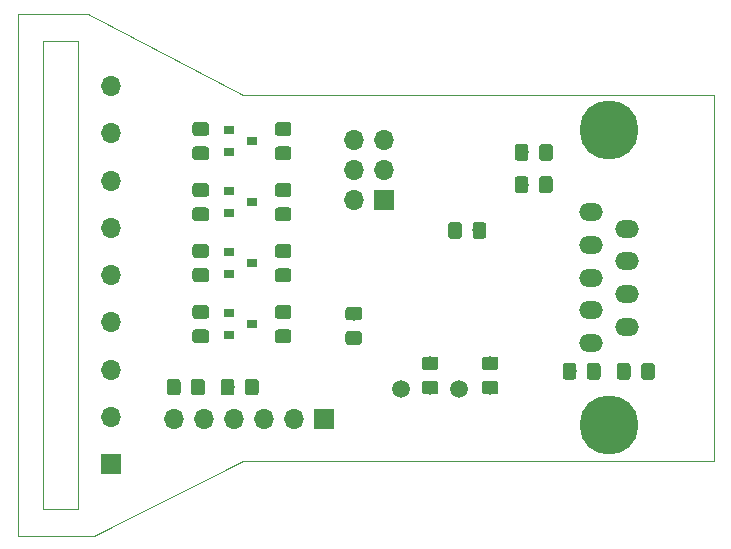
<source format=gbr>
G04 #@! TF.GenerationSoftware,KiCad,Pcbnew,5.1.4-e60b266~84~ubuntu16.04.1*
G04 #@! TF.CreationDate,2019-11-10T18:33:16+00:00*
G04 #@! TF.ProjectId,OpenPSX2AmigaPadAdapter,4f70656e-5053-4583-9241-6d6967615061,2*
G04 #@! TF.SameCoordinates,Original*
G04 #@! TF.FileFunction,Soldermask,Bot*
G04 #@! TF.FilePolarity,Negative*
%FSLAX46Y46*%
G04 Gerber Fmt 4.6, Leading zero omitted, Abs format (unit mm)*
G04 Created by KiCad (PCBNEW 5.1.4-e60b266~84~ubuntu16.04.1) date 2019-11-10 18:33:16*
%MOMM*%
%LPD*%
G04 APERTURE LIST*
%ADD10C,0.050000*%
%ADD11O,1.700000X1.700000*%
%ADD12R,1.700000X1.700000*%
%ADD13C,0.100000*%
%ADD14C,1.150000*%
%ADD15R,0.900000X0.800000*%
%ADD16C,1.500000*%
%ADD17C,5.001260*%
%ADD18O,1.998980X1.501140*%
G04 APERTURE END LIST*
D10*
X113792000Y-95758000D02*
X110871000Y-95758000D01*
X113792000Y-56134000D02*
X113792000Y-95758000D01*
X110871000Y-56134000D02*
X113792000Y-56134000D01*
X110871000Y-95758000D02*
X110871000Y-56134000D01*
X167640000Y-91694000D02*
X127762000Y-91694000D01*
X127762000Y-91694000D02*
X115189000Y-98044000D01*
X108712000Y-98044000D02*
X115189000Y-98044000D01*
X108712000Y-53848000D02*
X108712000Y-98044000D01*
X114681000Y-53848000D02*
X108712000Y-53848000D01*
X127762000Y-60706000D02*
X114681000Y-53848000D01*
X127762000Y-60706000D02*
X167640000Y-60706000D01*
X167640000Y-60706000D02*
X167640000Y-91694000D01*
D11*
X116616000Y-59982500D03*
X116616000Y-63982500D03*
X116616000Y-67982500D03*
X116616000Y-71982500D03*
X116616000Y-75982500D03*
X116616000Y-79982500D03*
X116616000Y-83982500D03*
X116616000Y-87982500D03*
D12*
X116616000Y-91982500D03*
D13*
G36*
X144111505Y-82884204D02*
G01*
X144135773Y-82887804D01*
X144159572Y-82893765D01*
X144182671Y-82902030D01*
X144204850Y-82912520D01*
X144225893Y-82925132D01*
X144245599Y-82939747D01*
X144263777Y-82956223D01*
X144280253Y-82974401D01*
X144294868Y-82994107D01*
X144307480Y-83015150D01*
X144317970Y-83037329D01*
X144326235Y-83060428D01*
X144332196Y-83084227D01*
X144335796Y-83108495D01*
X144337000Y-83132999D01*
X144337000Y-83783001D01*
X144335796Y-83807505D01*
X144332196Y-83831773D01*
X144326235Y-83855572D01*
X144317970Y-83878671D01*
X144307480Y-83900850D01*
X144294868Y-83921893D01*
X144280253Y-83941599D01*
X144263777Y-83959777D01*
X144245599Y-83976253D01*
X144225893Y-83990868D01*
X144204850Y-84003480D01*
X144182671Y-84013970D01*
X144159572Y-84022235D01*
X144135773Y-84028196D01*
X144111505Y-84031796D01*
X144087001Y-84033000D01*
X143186999Y-84033000D01*
X143162495Y-84031796D01*
X143138227Y-84028196D01*
X143114428Y-84022235D01*
X143091329Y-84013970D01*
X143069150Y-84003480D01*
X143048107Y-83990868D01*
X143028401Y-83976253D01*
X143010223Y-83959777D01*
X142993747Y-83941599D01*
X142979132Y-83921893D01*
X142966520Y-83900850D01*
X142956030Y-83878671D01*
X142947765Y-83855572D01*
X142941804Y-83831773D01*
X142938204Y-83807505D01*
X142937000Y-83783001D01*
X142937000Y-83132999D01*
X142938204Y-83108495D01*
X142941804Y-83084227D01*
X142947765Y-83060428D01*
X142956030Y-83037329D01*
X142966520Y-83015150D01*
X142979132Y-82994107D01*
X142993747Y-82974401D01*
X143010223Y-82956223D01*
X143028401Y-82939747D01*
X143048107Y-82925132D01*
X143069150Y-82912520D01*
X143091329Y-82902030D01*
X143114428Y-82893765D01*
X143138227Y-82887804D01*
X143162495Y-82884204D01*
X143186999Y-82883000D01*
X144087001Y-82883000D01*
X144111505Y-82884204D01*
X144111505Y-82884204D01*
G37*
D14*
X143637000Y-83458000D03*
D13*
G36*
X144111505Y-84934204D02*
G01*
X144135773Y-84937804D01*
X144159572Y-84943765D01*
X144182671Y-84952030D01*
X144204850Y-84962520D01*
X144225893Y-84975132D01*
X144245599Y-84989747D01*
X144263777Y-85006223D01*
X144280253Y-85024401D01*
X144294868Y-85044107D01*
X144307480Y-85065150D01*
X144317970Y-85087329D01*
X144326235Y-85110428D01*
X144332196Y-85134227D01*
X144335796Y-85158495D01*
X144337000Y-85182999D01*
X144337000Y-85833001D01*
X144335796Y-85857505D01*
X144332196Y-85881773D01*
X144326235Y-85905572D01*
X144317970Y-85928671D01*
X144307480Y-85950850D01*
X144294868Y-85971893D01*
X144280253Y-85991599D01*
X144263777Y-86009777D01*
X144245599Y-86026253D01*
X144225893Y-86040868D01*
X144204850Y-86053480D01*
X144182671Y-86063970D01*
X144159572Y-86072235D01*
X144135773Y-86078196D01*
X144111505Y-86081796D01*
X144087001Y-86083000D01*
X143186999Y-86083000D01*
X143162495Y-86081796D01*
X143138227Y-86078196D01*
X143114428Y-86072235D01*
X143091329Y-86063970D01*
X143069150Y-86053480D01*
X143048107Y-86040868D01*
X143028401Y-86026253D01*
X143010223Y-86009777D01*
X142993747Y-85991599D01*
X142979132Y-85971893D01*
X142966520Y-85950850D01*
X142956030Y-85928671D01*
X142947765Y-85905572D01*
X142941804Y-85881773D01*
X142938204Y-85857505D01*
X142937000Y-85833001D01*
X142937000Y-85182999D01*
X142938204Y-85158495D01*
X142941804Y-85134227D01*
X142947765Y-85110428D01*
X142956030Y-85087329D01*
X142966520Y-85065150D01*
X142979132Y-85044107D01*
X142993747Y-85024401D01*
X143010223Y-85006223D01*
X143028401Y-84989747D01*
X143048107Y-84975132D01*
X143069150Y-84962520D01*
X143091329Y-84952030D01*
X143114428Y-84943765D01*
X143138227Y-84937804D01*
X143162495Y-84934204D01*
X143186999Y-84933000D01*
X144087001Y-84933000D01*
X144111505Y-84934204D01*
X144111505Y-84934204D01*
G37*
D14*
X143637000Y-85508000D03*
D13*
G36*
X149191505Y-84934204D02*
G01*
X149215773Y-84937804D01*
X149239572Y-84943765D01*
X149262671Y-84952030D01*
X149284850Y-84962520D01*
X149305893Y-84975132D01*
X149325599Y-84989747D01*
X149343777Y-85006223D01*
X149360253Y-85024401D01*
X149374868Y-85044107D01*
X149387480Y-85065150D01*
X149397970Y-85087329D01*
X149406235Y-85110428D01*
X149412196Y-85134227D01*
X149415796Y-85158495D01*
X149417000Y-85182999D01*
X149417000Y-85833001D01*
X149415796Y-85857505D01*
X149412196Y-85881773D01*
X149406235Y-85905572D01*
X149397970Y-85928671D01*
X149387480Y-85950850D01*
X149374868Y-85971893D01*
X149360253Y-85991599D01*
X149343777Y-86009777D01*
X149325599Y-86026253D01*
X149305893Y-86040868D01*
X149284850Y-86053480D01*
X149262671Y-86063970D01*
X149239572Y-86072235D01*
X149215773Y-86078196D01*
X149191505Y-86081796D01*
X149167001Y-86083000D01*
X148266999Y-86083000D01*
X148242495Y-86081796D01*
X148218227Y-86078196D01*
X148194428Y-86072235D01*
X148171329Y-86063970D01*
X148149150Y-86053480D01*
X148128107Y-86040868D01*
X148108401Y-86026253D01*
X148090223Y-86009777D01*
X148073747Y-85991599D01*
X148059132Y-85971893D01*
X148046520Y-85950850D01*
X148036030Y-85928671D01*
X148027765Y-85905572D01*
X148021804Y-85881773D01*
X148018204Y-85857505D01*
X148017000Y-85833001D01*
X148017000Y-85182999D01*
X148018204Y-85158495D01*
X148021804Y-85134227D01*
X148027765Y-85110428D01*
X148036030Y-85087329D01*
X148046520Y-85065150D01*
X148059132Y-85044107D01*
X148073747Y-85024401D01*
X148090223Y-85006223D01*
X148108401Y-84989747D01*
X148128107Y-84975132D01*
X148149150Y-84962520D01*
X148171329Y-84952030D01*
X148194428Y-84943765D01*
X148218227Y-84937804D01*
X148242495Y-84934204D01*
X148266999Y-84933000D01*
X149167001Y-84933000D01*
X149191505Y-84934204D01*
X149191505Y-84934204D01*
G37*
D14*
X148717000Y-85508000D03*
D13*
G36*
X149191505Y-82884204D02*
G01*
X149215773Y-82887804D01*
X149239572Y-82893765D01*
X149262671Y-82902030D01*
X149284850Y-82912520D01*
X149305893Y-82925132D01*
X149325599Y-82939747D01*
X149343777Y-82956223D01*
X149360253Y-82974401D01*
X149374868Y-82994107D01*
X149387480Y-83015150D01*
X149397970Y-83037329D01*
X149406235Y-83060428D01*
X149412196Y-83084227D01*
X149415796Y-83108495D01*
X149417000Y-83132999D01*
X149417000Y-83783001D01*
X149415796Y-83807505D01*
X149412196Y-83831773D01*
X149406235Y-83855572D01*
X149397970Y-83878671D01*
X149387480Y-83900850D01*
X149374868Y-83921893D01*
X149360253Y-83941599D01*
X149343777Y-83959777D01*
X149325599Y-83976253D01*
X149305893Y-83990868D01*
X149284850Y-84003480D01*
X149262671Y-84013970D01*
X149239572Y-84022235D01*
X149215773Y-84028196D01*
X149191505Y-84031796D01*
X149167001Y-84033000D01*
X148266999Y-84033000D01*
X148242495Y-84031796D01*
X148218227Y-84028196D01*
X148194428Y-84022235D01*
X148171329Y-84013970D01*
X148149150Y-84003480D01*
X148128107Y-83990868D01*
X148108401Y-83976253D01*
X148090223Y-83959777D01*
X148073747Y-83941599D01*
X148059132Y-83921893D01*
X148046520Y-83900850D01*
X148036030Y-83878671D01*
X148027765Y-83855572D01*
X148021804Y-83831773D01*
X148018204Y-83807505D01*
X148017000Y-83783001D01*
X148017000Y-83132999D01*
X148018204Y-83108495D01*
X148021804Y-83084227D01*
X148027765Y-83060428D01*
X148036030Y-83037329D01*
X148046520Y-83015150D01*
X148059132Y-82994107D01*
X148073747Y-82974401D01*
X148090223Y-82956223D01*
X148108401Y-82939747D01*
X148128107Y-82925132D01*
X148149150Y-82912520D01*
X148171329Y-82902030D01*
X148194428Y-82893765D01*
X148218227Y-82887804D01*
X148242495Y-82884204D01*
X148266999Y-82883000D01*
X149167001Y-82883000D01*
X149191505Y-82884204D01*
X149191505Y-82884204D01*
G37*
D14*
X148717000Y-83458000D03*
D13*
G36*
X148145505Y-71505204D02*
G01*
X148169773Y-71508804D01*
X148193572Y-71514765D01*
X148216671Y-71523030D01*
X148238850Y-71533520D01*
X148259893Y-71546132D01*
X148279599Y-71560747D01*
X148297777Y-71577223D01*
X148314253Y-71595401D01*
X148328868Y-71615107D01*
X148341480Y-71636150D01*
X148351970Y-71658329D01*
X148360235Y-71681428D01*
X148366196Y-71705227D01*
X148369796Y-71729495D01*
X148371000Y-71753999D01*
X148371000Y-72654001D01*
X148369796Y-72678505D01*
X148366196Y-72702773D01*
X148360235Y-72726572D01*
X148351970Y-72749671D01*
X148341480Y-72771850D01*
X148328868Y-72792893D01*
X148314253Y-72812599D01*
X148297777Y-72830777D01*
X148279599Y-72847253D01*
X148259893Y-72861868D01*
X148238850Y-72874480D01*
X148216671Y-72884970D01*
X148193572Y-72893235D01*
X148169773Y-72899196D01*
X148145505Y-72902796D01*
X148121001Y-72904000D01*
X147470999Y-72904000D01*
X147446495Y-72902796D01*
X147422227Y-72899196D01*
X147398428Y-72893235D01*
X147375329Y-72884970D01*
X147353150Y-72874480D01*
X147332107Y-72861868D01*
X147312401Y-72847253D01*
X147294223Y-72830777D01*
X147277747Y-72812599D01*
X147263132Y-72792893D01*
X147250520Y-72771850D01*
X147240030Y-72749671D01*
X147231765Y-72726572D01*
X147225804Y-72702773D01*
X147222204Y-72678505D01*
X147221000Y-72654001D01*
X147221000Y-71753999D01*
X147222204Y-71729495D01*
X147225804Y-71705227D01*
X147231765Y-71681428D01*
X147240030Y-71658329D01*
X147250520Y-71636150D01*
X147263132Y-71615107D01*
X147277747Y-71595401D01*
X147294223Y-71577223D01*
X147312401Y-71560747D01*
X147332107Y-71546132D01*
X147353150Y-71533520D01*
X147375329Y-71523030D01*
X147398428Y-71514765D01*
X147422227Y-71508804D01*
X147446495Y-71505204D01*
X147470999Y-71504000D01*
X148121001Y-71504000D01*
X148145505Y-71505204D01*
X148145505Y-71505204D01*
G37*
D14*
X147796000Y-72204000D03*
D13*
G36*
X146095505Y-71505204D02*
G01*
X146119773Y-71508804D01*
X146143572Y-71514765D01*
X146166671Y-71523030D01*
X146188850Y-71533520D01*
X146209893Y-71546132D01*
X146229599Y-71560747D01*
X146247777Y-71577223D01*
X146264253Y-71595401D01*
X146278868Y-71615107D01*
X146291480Y-71636150D01*
X146301970Y-71658329D01*
X146310235Y-71681428D01*
X146316196Y-71705227D01*
X146319796Y-71729495D01*
X146321000Y-71753999D01*
X146321000Y-72654001D01*
X146319796Y-72678505D01*
X146316196Y-72702773D01*
X146310235Y-72726572D01*
X146301970Y-72749671D01*
X146291480Y-72771850D01*
X146278868Y-72792893D01*
X146264253Y-72812599D01*
X146247777Y-72830777D01*
X146229599Y-72847253D01*
X146209893Y-72861868D01*
X146188850Y-72874480D01*
X146166671Y-72884970D01*
X146143572Y-72893235D01*
X146119773Y-72899196D01*
X146095505Y-72902796D01*
X146071001Y-72904000D01*
X145420999Y-72904000D01*
X145396495Y-72902796D01*
X145372227Y-72899196D01*
X145348428Y-72893235D01*
X145325329Y-72884970D01*
X145303150Y-72874480D01*
X145282107Y-72861868D01*
X145262401Y-72847253D01*
X145244223Y-72830777D01*
X145227747Y-72812599D01*
X145213132Y-72792893D01*
X145200520Y-72771850D01*
X145190030Y-72749671D01*
X145181765Y-72726572D01*
X145175804Y-72702773D01*
X145172204Y-72678505D01*
X145171000Y-72654001D01*
X145171000Y-71753999D01*
X145172204Y-71729495D01*
X145175804Y-71705227D01*
X145181765Y-71681428D01*
X145190030Y-71658329D01*
X145200520Y-71636150D01*
X145213132Y-71615107D01*
X145227747Y-71595401D01*
X145244223Y-71577223D01*
X145262401Y-71560747D01*
X145282107Y-71546132D01*
X145303150Y-71533520D01*
X145325329Y-71523030D01*
X145348428Y-71514765D01*
X145372227Y-71508804D01*
X145396495Y-71505204D01*
X145420999Y-71504000D01*
X146071001Y-71504000D01*
X146095505Y-71505204D01*
X146095505Y-71505204D01*
G37*
D14*
X145746000Y-72204000D03*
D13*
G36*
X122269505Y-84772204D02*
G01*
X122293773Y-84775804D01*
X122317572Y-84781765D01*
X122340671Y-84790030D01*
X122362850Y-84800520D01*
X122383893Y-84813132D01*
X122403599Y-84827747D01*
X122421777Y-84844223D01*
X122438253Y-84862401D01*
X122452868Y-84882107D01*
X122465480Y-84903150D01*
X122475970Y-84925329D01*
X122484235Y-84948428D01*
X122490196Y-84972227D01*
X122493796Y-84996495D01*
X122495000Y-85020999D01*
X122495000Y-85921001D01*
X122493796Y-85945505D01*
X122490196Y-85969773D01*
X122484235Y-85993572D01*
X122475970Y-86016671D01*
X122465480Y-86038850D01*
X122452868Y-86059893D01*
X122438253Y-86079599D01*
X122421777Y-86097777D01*
X122403599Y-86114253D01*
X122383893Y-86128868D01*
X122362850Y-86141480D01*
X122340671Y-86151970D01*
X122317572Y-86160235D01*
X122293773Y-86166196D01*
X122269505Y-86169796D01*
X122245001Y-86171000D01*
X121594999Y-86171000D01*
X121570495Y-86169796D01*
X121546227Y-86166196D01*
X121522428Y-86160235D01*
X121499329Y-86151970D01*
X121477150Y-86141480D01*
X121456107Y-86128868D01*
X121436401Y-86114253D01*
X121418223Y-86097777D01*
X121401747Y-86079599D01*
X121387132Y-86059893D01*
X121374520Y-86038850D01*
X121364030Y-86016671D01*
X121355765Y-85993572D01*
X121349804Y-85969773D01*
X121346204Y-85945505D01*
X121345000Y-85921001D01*
X121345000Y-85020999D01*
X121346204Y-84996495D01*
X121349804Y-84972227D01*
X121355765Y-84948428D01*
X121364030Y-84925329D01*
X121374520Y-84903150D01*
X121387132Y-84882107D01*
X121401747Y-84862401D01*
X121418223Y-84844223D01*
X121436401Y-84827747D01*
X121456107Y-84813132D01*
X121477150Y-84800520D01*
X121499329Y-84790030D01*
X121522428Y-84781765D01*
X121546227Y-84775804D01*
X121570495Y-84772204D01*
X121594999Y-84771000D01*
X122245001Y-84771000D01*
X122269505Y-84772204D01*
X122269505Y-84772204D01*
G37*
D14*
X121920000Y-85471000D03*
D13*
G36*
X124319505Y-84772204D02*
G01*
X124343773Y-84775804D01*
X124367572Y-84781765D01*
X124390671Y-84790030D01*
X124412850Y-84800520D01*
X124433893Y-84813132D01*
X124453599Y-84827747D01*
X124471777Y-84844223D01*
X124488253Y-84862401D01*
X124502868Y-84882107D01*
X124515480Y-84903150D01*
X124525970Y-84925329D01*
X124534235Y-84948428D01*
X124540196Y-84972227D01*
X124543796Y-84996495D01*
X124545000Y-85020999D01*
X124545000Y-85921001D01*
X124543796Y-85945505D01*
X124540196Y-85969773D01*
X124534235Y-85993572D01*
X124525970Y-86016671D01*
X124515480Y-86038850D01*
X124502868Y-86059893D01*
X124488253Y-86079599D01*
X124471777Y-86097777D01*
X124453599Y-86114253D01*
X124433893Y-86128868D01*
X124412850Y-86141480D01*
X124390671Y-86151970D01*
X124367572Y-86160235D01*
X124343773Y-86166196D01*
X124319505Y-86169796D01*
X124295001Y-86171000D01*
X123644999Y-86171000D01*
X123620495Y-86169796D01*
X123596227Y-86166196D01*
X123572428Y-86160235D01*
X123549329Y-86151970D01*
X123527150Y-86141480D01*
X123506107Y-86128868D01*
X123486401Y-86114253D01*
X123468223Y-86097777D01*
X123451747Y-86079599D01*
X123437132Y-86059893D01*
X123424520Y-86038850D01*
X123414030Y-86016671D01*
X123405765Y-85993572D01*
X123399804Y-85969773D01*
X123396204Y-85945505D01*
X123395000Y-85921001D01*
X123395000Y-85020999D01*
X123396204Y-84996495D01*
X123399804Y-84972227D01*
X123405765Y-84948428D01*
X123414030Y-84925329D01*
X123424520Y-84903150D01*
X123437132Y-84882107D01*
X123451747Y-84862401D01*
X123468223Y-84844223D01*
X123486401Y-84827747D01*
X123506107Y-84813132D01*
X123527150Y-84800520D01*
X123549329Y-84790030D01*
X123572428Y-84781765D01*
X123596227Y-84775804D01*
X123620495Y-84772204D01*
X123644999Y-84771000D01*
X124295001Y-84771000D01*
X124319505Y-84772204D01*
X124319505Y-84772204D01*
G37*
D14*
X123970000Y-85471000D03*
D15*
X126571500Y-81087000D03*
X126571500Y-79187000D03*
X128571500Y-80137000D03*
X128571500Y-74957500D03*
X126571500Y-74007500D03*
X126571500Y-75907500D03*
X126571500Y-70757666D03*
X126571500Y-68857666D03*
X128571500Y-69807666D03*
X128571500Y-64643000D03*
X126571500Y-63693000D03*
X126571500Y-65593000D03*
D13*
G36*
X128882505Y-84772204D02*
G01*
X128906773Y-84775804D01*
X128930572Y-84781765D01*
X128953671Y-84790030D01*
X128975850Y-84800520D01*
X128996893Y-84813132D01*
X129016599Y-84827747D01*
X129034777Y-84844223D01*
X129051253Y-84862401D01*
X129065868Y-84882107D01*
X129078480Y-84903150D01*
X129088970Y-84925329D01*
X129097235Y-84948428D01*
X129103196Y-84972227D01*
X129106796Y-84996495D01*
X129108000Y-85020999D01*
X129108000Y-85921001D01*
X129106796Y-85945505D01*
X129103196Y-85969773D01*
X129097235Y-85993572D01*
X129088970Y-86016671D01*
X129078480Y-86038850D01*
X129065868Y-86059893D01*
X129051253Y-86079599D01*
X129034777Y-86097777D01*
X129016599Y-86114253D01*
X128996893Y-86128868D01*
X128975850Y-86141480D01*
X128953671Y-86151970D01*
X128930572Y-86160235D01*
X128906773Y-86166196D01*
X128882505Y-86169796D01*
X128858001Y-86171000D01*
X128207999Y-86171000D01*
X128183495Y-86169796D01*
X128159227Y-86166196D01*
X128135428Y-86160235D01*
X128112329Y-86151970D01*
X128090150Y-86141480D01*
X128069107Y-86128868D01*
X128049401Y-86114253D01*
X128031223Y-86097777D01*
X128014747Y-86079599D01*
X128000132Y-86059893D01*
X127987520Y-86038850D01*
X127977030Y-86016671D01*
X127968765Y-85993572D01*
X127962804Y-85969773D01*
X127959204Y-85945505D01*
X127958000Y-85921001D01*
X127958000Y-85020999D01*
X127959204Y-84996495D01*
X127962804Y-84972227D01*
X127968765Y-84948428D01*
X127977030Y-84925329D01*
X127987520Y-84903150D01*
X128000132Y-84882107D01*
X128014747Y-84862401D01*
X128031223Y-84844223D01*
X128049401Y-84827747D01*
X128069107Y-84813132D01*
X128090150Y-84800520D01*
X128112329Y-84790030D01*
X128135428Y-84781765D01*
X128159227Y-84775804D01*
X128183495Y-84772204D01*
X128207999Y-84771000D01*
X128858001Y-84771000D01*
X128882505Y-84772204D01*
X128882505Y-84772204D01*
G37*
D14*
X128533000Y-85471000D03*
D13*
G36*
X126832505Y-84772204D02*
G01*
X126856773Y-84775804D01*
X126880572Y-84781765D01*
X126903671Y-84790030D01*
X126925850Y-84800520D01*
X126946893Y-84813132D01*
X126966599Y-84827747D01*
X126984777Y-84844223D01*
X127001253Y-84862401D01*
X127015868Y-84882107D01*
X127028480Y-84903150D01*
X127038970Y-84925329D01*
X127047235Y-84948428D01*
X127053196Y-84972227D01*
X127056796Y-84996495D01*
X127058000Y-85020999D01*
X127058000Y-85921001D01*
X127056796Y-85945505D01*
X127053196Y-85969773D01*
X127047235Y-85993572D01*
X127038970Y-86016671D01*
X127028480Y-86038850D01*
X127015868Y-86059893D01*
X127001253Y-86079599D01*
X126984777Y-86097777D01*
X126966599Y-86114253D01*
X126946893Y-86128868D01*
X126925850Y-86141480D01*
X126903671Y-86151970D01*
X126880572Y-86160235D01*
X126856773Y-86166196D01*
X126832505Y-86169796D01*
X126808001Y-86171000D01*
X126157999Y-86171000D01*
X126133495Y-86169796D01*
X126109227Y-86166196D01*
X126085428Y-86160235D01*
X126062329Y-86151970D01*
X126040150Y-86141480D01*
X126019107Y-86128868D01*
X125999401Y-86114253D01*
X125981223Y-86097777D01*
X125964747Y-86079599D01*
X125950132Y-86059893D01*
X125937520Y-86038850D01*
X125927030Y-86016671D01*
X125918765Y-85993572D01*
X125912804Y-85969773D01*
X125909204Y-85945505D01*
X125908000Y-85921001D01*
X125908000Y-85020999D01*
X125909204Y-84996495D01*
X125912804Y-84972227D01*
X125918765Y-84948428D01*
X125927030Y-84925329D01*
X125937520Y-84903150D01*
X125950132Y-84882107D01*
X125964747Y-84862401D01*
X125981223Y-84844223D01*
X125999401Y-84827747D01*
X126019107Y-84813132D01*
X126040150Y-84800520D01*
X126062329Y-84790030D01*
X126085428Y-84781765D01*
X126109227Y-84775804D01*
X126133495Y-84772204D01*
X126157999Y-84771000D01*
X126808001Y-84771000D01*
X126832505Y-84772204D01*
X126832505Y-84772204D01*
G37*
D14*
X126483000Y-85471000D03*
D13*
G36*
X131665505Y-80588204D02*
G01*
X131689773Y-80591804D01*
X131713572Y-80597765D01*
X131736671Y-80606030D01*
X131758850Y-80616520D01*
X131779893Y-80629132D01*
X131799599Y-80643747D01*
X131817777Y-80660223D01*
X131834253Y-80678401D01*
X131848868Y-80698107D01*
X131861480Y-80719150D01*
X131871970Y-80741329D01*
X131880235Y-80764428D01*
X131886196Y-80788227D01*
X131889796Y-80812495D01*
X131891000Y-80836999D01*
X131891000Y-81487001D01*
X131889796Y-81511505D01*
X131886196Y-81535773D01*
X131880235Y-81559572D01*
X131871970Y-81582671D01*
X131861480Y-81604850D01*
X131848868Y-81625893D01*
X131834253Y-81645599D01*
X131817777Y-81663777D01*
X131799599Y-81680253D01*
X131779893Y-81694868D01*
X131758850Y-81707480D01*
X131736671Y-81717970D01*
X131713572Y-81726235D01*
X131689773Y-81732196D01*
X131665505Y-81735796D01*
X131641001Y-81737000D01*
X130740999Y-81737000D01*
X130716495Y-81735796D01*
X130692227Y-81732196D01*
X130668428Y-81726235D01*
X130645329Y-81717970D01*
X130623150Y-81707480D01*
X130602107Y-81694868D01*
X130582401Y-81680253D01*
X130564223Y-81663777D01*
X130547747Y-81645599D01*
X130533132Y-81625893D01*
X130520520Y-81604850D01*
X130510030Y-81582671D01*
X130501765Y-81559572D01*
X130495804Y-81535773D01*
X130492204Y-81511505D01*
X130491000Y-81487001D01*
X130491000Y-80836999D01*
X130492204Y-80812495D01*
X130495804Y-80788227D01*
X130501765Y-80764428D01*
X130510030Y-80741329D01*
X130520520Y-80719150D01*
X130533132Y-80698107D01*
X130547747Y-80678401D01*
X130564223Y-80660223D01*
X130582401Y-80643747D01*
X130602107Y-80629132D01*
X130623150Y-80616520D01*
X130645329Y-80606030D01*
X130668428Y-80597765D01*
X130692227Y-80591804D01*
X130716495Y-80588204D01*
X130740999Y-80587000D01*
X131641001Y-80587000D01*
X131665505Y-80588204D01*
X131665505Y-80588204D01*
G37*
D14*
X131191000Y-81162000D03*
D13*
G36*
X131665505Y-78538204D02*
G01*
X131689773Y-78541804D01*
X131713572Y-78547765D01*
X131736671Y-78556030D01*
X131758850Y-78566520D01*
X131779893Y-78579132D01*
X131799599Y-78593747D01*
X131817777Y-78610223D01*
X131834253Y-78628401D01*
X131848868Y-78648107D01*
X131861480Y-78669150D01*
X131871970Y-78691329D01*
X131880235Y-78714428D01*
X131886196Y-78738227D01*
X131889796Y-78762495D01*
X131891000Y-78786999D01*
X131891000Y-79437001D01*
X131889796Y-79461505D01*
X131886196Y-79485773D01*
X131880235Y-79509572D01*
X131871970Y-79532671D01*
X131861480Y-79554850D01*
X131848868Y-79575893D01*
X131834253Y-79595599D01*
X131817777Y-79613777D01*
X131799599Y-79630253D01*
X131779893Y-79644868D01*
X131758850Y-79657480D01*
X131736671Y-79667970D01*
X131713572Y-79676235D01*
X131689773Y-79682196D01*
X131665505Y-79685796D01*
X131641001Y-79687000D01*
X130740999Y-79687000D01*
X130716495Y-79685796D01*
X130692227Y-79682196D01*
X130668428Y-79676235D01*
X130645329Y-79667970D01*
X130623150Y-79657480D01*
X130602107Y-79644868D01*
X130582401Y-79630253D01*
X130564223Y-79613777D01*
X130547747Y-79595599D01*
X130533132Y-79575893D01*
X130520520Y-79554850D01*
X130510030Y-79532671D01*
X130501765Y-79509572D01*
X130495804Y-79485773D01*
X130492204Y-79461505D01*
X130491000Y-79437001D01*
X130491000Y-78786999D01*
X130492204Y-78762495D01*
X130495804Y-78738227D01*
X130501765Y-78714428D01*
X130510030Y-78691329D01*
X130520520Y-78669150D01*
X130533132Y-78648107D01*
X130547747Y-78628401D01*
X130564223Y-78610223D01*
X130582401Y-78593747D01*
X130602107Y-78579132D01*
X130623150Y-78566520D01*
X130645329Y-78556030D01*
X130668428Y-78547765D01*
X130692227Y-78541804D01*
X130716495Y-78538204D01*
X130740999Y-78537000D01*
X131641001Y-78537000D01*
X131665505Y-78538204D01*
X131665505Y-78538204D01*
G37*
D14*
X131191000Y-79112000D03*
D13*
G36*
X131665505Y-75423536D02*
G01*
X131689773Y-75427136D01*
X131713572Y-75433097D01*
X131736671Y-75441362D01*
X131758850Y-75451852D01*
X131779893Y-75464464D01*
X131799599Y-75479079D01*
X131817777Y-75495555D01*
X131834253Y-75513733D01*
X131848868Y-75533439D01*
X131861480Y-75554482D01*
X131871970Y-75576661D01*
X131880235Y-75599760D01*
X131886196Y-75623559D01*
X131889796Y-75647827D01*
X131891000Y-75672331D01*
X131891000Y-76322333D01*
X131889796Y-76346837D01*
X131886196Y-76371105D01*
X131880235Y-76394904D01*
X131871970Y-76418003D01*
X131861480Y-76440182D01*
X131848868Y-76461225D01*
X131834253Y-76480931D01*
X131817777Y-76499109D01*
X131799599Y-76515585D01*
X131779893Y-76530200D01*
X131758850Y-76542812D01*
X131736671Y-76553302D01*
X131713572Y-76561567D01*
X131689773Y-76567528D01*
X131665505Y-76571128D01*
X131641001Y-76572332D01*
X130740999Y-76572332D01*
X130716495Y-76571128D01*
X130692227Y-76567528D01*
X130668428Y-76561567D01*
X130645329Y-76553302D01*
X130623150Y-76542812D01*
X130602107Y-76530200D01*
X130582401Y-76515585D01*
X130564223Y-76499109D01*
X130547747Y-76480931D01*
X130533132Y-76461225D01*
X130520520Y-76440182D01*
X130510030Y-76418003D01*
X130501765Y-76394904D01*
X130495804Y-76371105D01*
X130492204Y-76346837D01*
X130491000Y-76322333D01*
X130491000Y-75672331D01*
X130492204Y-75647827D01*
X130495804Y-75623559D01*
X130501765Y-75599760D01*
X130510030Y-75576661D01*
X130520520Y-75554482D01*
X130533132Y-75533439D01*
X130547747Y-75513733D01*
X130564223Y-75495555D01*
X130582401Y-75479079D01*
X130602107Y-75464464D01*
X130623150Y-75451852D01*
X130645329Y-75441362D01*
X130668428Y-75433097D01*
X130692227Y-75427136D01*
X130716495Y-75423536D01*
X130740999Y-75422332D01*
X131641001Y-75422332D01*
X131665505Y-75423536D01*
X131665505Y-75423536D01*
G37*
D14*
X131191000Y-75997332D03*
D13*
G36*
X131665505Y-73373536D02*
G01*
X131689773Y-73377136D01*
X131713572Y-73383097D01*
X131736671Y-73391362D01*
X131758850Y-73401852D01*
X131779893Y-73414464D01*
X131799599Y-73429079D01*
X131817777Y-73445555D01*
X131834253Y-73463733D01*
X131848868Y-73483439D01*
X131861480Y-73504482D01*
X131871970Y-73526661D01*
X131880235Y-73549760D01*
X131886196Y-73573559D01*
X131889796Y-73597827D01*
X131891000Y-73622331D01*
X131891000Y-74272333D01*
X131889796Y-74296837D01*
X131886196Y-74321105D01*
X131880235Y-74344904D01*
X131871970Y-74368003D01*
X131861480Y-74390182D01*
X131848868Y-74411225D01*
X131834253Y-74430931D01*
X131817777Y-74449109D01*
X131799599Y-74465585D01*
X131779893Y-74480200D01*
X131758850Y-74492812D01*
X131736671Y-74503302D01*
X131713572Y-74511567D01*
X131689773Y-74517528D01*
X131665505Y-74521128D01*
X131641001Y-74522332D01*
X130740999Y-74522332D01*
X130716495Y-74521128D01*
X130692227Y-74517528D01*
X130668428Y-74511567D01*
X130645329Y-74503302D01*
X130623150Y-74492812D01*
X130602107Y-74480200D01*
X130582401Y-74465585D01*
X130564223Y-74449109D01*
X130547747Y-74430931D01*
X130533132Y-74411225D01*
X130520520Y-74390182D01*
X130510030Y-74368003D01*
X130501765Y-74344904D01*
X130495804Y-74321105D01*
X130492204Y-74296837D01*
X130491000Y-74272333D01*
X130491000Y-73622331D01*
X130492204Y-73597827D01*
X130495804Y-73573559D01*
X130501765Y-73549760D01*
X130510030Y-73526661D01*
X130520520Y-73504482D01*
X130533132Y-73483439D01*
X130547747Y-73463733D01*
X130564223Y-73445555D01*
X130582401Y-73429079D01*
X130602107Y-73414464D01*
X130623150Y-73401852D01*
X130645329Y-73391362D01*
X130668428Y-73383097D01*
X130692227Y-73377136D01*
X130716495Y-73373536D01*
X130740999Y-73372332D01*
X131641001Y-73372332D01*
X131665505Y-73373536D01*
X131665505Y-73373536D01*
G37*
D14*
X131191000Y-73947332D03*
D13*
G36*
X131665505Y-68208870D02*
G01*
X131689773Y-68212470D01*
X131713572Y-68218431D01*
X131736671Y-68226696D01*
X131758850Y-68237186D01*
X131779893Y-68249798D01*
X131799599Y-68264413D01*
X131817777Y-68280889D01*
X131834253Y-68299067D01*
X131848868Y-68318773D01*
X131861480Y-68339816D01*
X131871970Y-68361995D01*
X131880235Y-68385094D01*
X131886196Y-68408893D01*
X131889796Y-68433161D01*
X131891000Y-68457665D01*
X131891000Y-69107667D01*
X131889796Y-69132171D01*
X131886196Y-69156439D01*
X131880235Y-69180238D01*
X131871970Y-69203337D01*
X131861480Y-69225516D01*
X131848868Y-69246559D01*
X131834253Y-69266265D01*
X131817777Y-69284443D01*
X131799599Y-69300919D01*
X131779893Y-69315534D01*
X131758850Y-69328146D01*
X131736671Y-69338636D01*
X131713572Y-69346901D01*
X131689773Y-69352862D01*
X131665505Y-69356462D01*
X131641001Y-69357666D01*
X130740999Y-69357666D01*
X130716495Y-69356462D01*
X130692227Y-69352862D01*
X130668428Y-69346901D01*
X130645329Y-69338636D01*
X130623150Y-69328146D01*
X130602107Y-69315534D01*
X130582401Y-69300919D01*
X130564223Y-69284443D01*
X130547747Y-69266265D01*
X130533132Y-69246559D01*
X130520520Y-69225516D01*
X130510030Y-69203337D01*
X130501765Y-69180238D01*
X130495804Y-69156439D01*
X130492204Y-69132171D01*
X130491000Y-69107667D01*
X130491000Y-68457665D01*
X130492204Y-68433161D01*
X130495804Y-68408893D01*
X130501765Y-68385094D01*
X130510030Y-68361995D01*
X130520520Y-68339816D01*
X130533132Y-68318773D01*
X130547747Y-68299067D01*
X130564223Y-68280889D01*
X130582401Y-68264413D01*
X130602107Y-68249798D01*
X130623150Y-68237186D01*
X130645329Y-68226696D01*
X130668428Y-68218431D01*
X130692227Y-68212470D01*
X130716495Y-68208870D01*
X130740999Y-68207666D01*
X131641001Y-68207666D01*
X131665505Y-68208870D01*
X131665505Y-68208870D01*
G37*
D14*
X131191000Y-68782666D03*
D13*
G36*
X131665505Y-70258870D02*
G01*
X131689773Y-70262470D01*
X131713572Y-70268431D01*
X131736671Y-70276696D01*
X131758850Y-70287186D01*
X131779893Y-70299798D01*
X131799599Y-70314413D01*
X131817777Y-70330889D01*
X131834253Y-70349067D01*
X131848868Y-70368773D01*
X131861480Y-70389816D01*
X131871970Y-70411995D01*
X131880235Y-70435094D01*
X131886196Y-70458893D01*
X131889796Y-70483161D01*
X131891000Y-70507665D01*
X131891000Y-71157667D01*
X131889796Y-71182171D01*
X131886196Y-71206439D01*
X131880235Y-71230238D01*
X131871970Y-71253337D01*
X131861480Y-71275516D01*
X131848868Y-71296559D01*
X131834253Y-71316265D01*
X131817777Y-71334443D01*
X131799599Y-71350919D01*
X131779893Y-71365534D01*
X131758850Y-71378146D01*
X131736671Y-71388636D01*
X131713572Y-71396901D01*
X131689773Y-71402862D01*
X131665505Y-71406462D01*
X131641001Y-71407666D01*
X130740999Y-71407666D01*
X130716495Y-71406462D01*
X130692227Y-71402862D01*
X130668428Y-71396901D01*
X130645329Y-71388636D01*
X130623150Y-71378146D01*
X130602107Y-71365534D01*
X130582401Y-71350919D01*
X130564223Y-71334443D01*
X130547747Y-71316265D01*
X130533132Y-71296559D01*
X130520520Y-71275516D01*
X130510030Y-71253337D01*
X130501765Y-71230238D01*
X130495804Y-71206439D01*
X130492204Y-71182171D01*
X130491000Y-71157667D01*
X130491000Y-70507665D01*
X130492204Y-70483161D01*
X130495804Y-70458893D01*
X130501765Y-70435094D01*
X130510030Y-70411995D01*
X130520520Y-70389816D01*
X130533132Y-70368773D01*
X130547747Y-70349067D01*
X130564223Y-70330889D01*
X130582401Y-70314413D01*
X130602107Y-70299798D01*
X130623150Y-70287186D01*
X130645329Y-70276696D01*
X130668428Y-70268431D01*
X130692227Y-70262470D01*
X130716495Y-70258870D01*
X130740999Y-70257666D01*
X131641001Y-70257666D01*
X131665505Y-70258870D01*
X131665505Y-70258870D01*
G37*
D14*
X131191000Y-70832666D03*
D13*
G36*
X131665505Y-63044204D02*
G01*
X131689773Y-63047804D01*
X131713572Y-63053765D01*
X131736671Y-63062030D01*
X131758850Y-63072520D01*
X131779893Y-63085132D01*
X131799599Y-63099747D01*
X131817777Y-63116223D01*
X131834253Y-63134401D01*
X131848868Y-63154107D01*
X131861480Y-63175150D01*
X131871970Y-63197329D01*
X131880235Y-63220428D01*
X131886196Y-63244227D01*
X131889796Y-63268495D01*
X131891000Y-63292999D01*
X131891000Y-63943001D01*
X131889796Y-63967505D01*
X131886196Y-63991773D01*
X131880235Y-64015572D01*
X131871970Y-64038671D01*
X131861480Y-64060850D01*
X131848868Y-64081893D01*
X131834253Y-64101599D01*
X131817777Y-64119777D01*
X131799599Y-64136253D01*
X131779893Y-64150868D01*
X131758850Y-64163480D01*
X131736671Y-64173970D01*
X131713572Y-64182235D01*
X131689773Y-64188196D01*
X131665505Y-64191796D01*
X131641001Y-64193000D01*
X130740999Y-64193000D01*
X130716495Y-64191796D01*
X130692227Y-64188196D01*
X130668428Y-64182235D01*
X130645329Y-64173970D01*
X130623150Y-64163480D01*
X130602107Y-64150868D01*
X130582401Y-64136253D01*
X130564223Y-64119777D01*
X130547747Y-64101599D01*
X130533132Y-64081893D01*
X130520520Y-64060850D01*
X130510030Y-64038671D01*
X130501765Y-64015572D01*
X130495804Y-63991773D01*
X130492204Y-63967505D01*
X130491000Y-63943001D01*
X130491000Y-63292999D01*
X130492204Y-63268495D01*
X130495804Y-63244227D01*
X130501765Y-63220428D01*
X130510030Y-63197329D01*
X130520520Y-63175150D01*
X130533132Y-63154107D01*
X130547747Y-63134401D01*
X130564223Y-63116223D01*
X130582401Y-63099747D01*
X130602107Y-63085132D01*
X130623150Y-63072520D01*
X130645329Y-63062030D01*
X130668428Y-63053765D01*
X130692227Y-63047804D01*
X130716495Y-63044204D01*
X130740999Y-63043000D01*
X131641001Y-63043000D01*
X131665505Y-63044204D01*
X131665505Y-63044204D01*
G37*
D14*
X131191000Y-63618000D03*
D13*
G36*
X131665505Y-65094204D02*
G01*
X131689773Y-65097804D01*
X131713572Y-65103765D01*
X131736671Y-65112030D01*
X131758850Y-65122520D01*
X131779893Y-65135132D01*
X131799599Y-65149747D01*
X131817777Y-65166223D01*
X131834253Y-65184401D01*
X131848868Y-65204107D01*
X131861480Y-65225150D01*
X131871970Y-65247329D01*
X131880235Y-65270428D01*
X131886196Y-65294227D01*
X131889796Y-65318495D01*
X131891000Y-65342999D01*
X131891000Y-65993001D01*
X131889796Y-66017505D01*
X131886196Y-66041773D01*
X131880235Y-66065572D01*
X131871970Y-66088671D01*
X131861480Y-66110850D01*
X131848868Y-66131893D01*
X131834253Y-66151599D01*
X131817777Y-66169777D01*
X131799599Y-66186253D01*
X131779893Y-66200868D01*
X131758850Y-66213480D01*
X131736671Y-66223970D01*
X131713572Y-66232235D01*
X131689773Y-66238196D01*
X131665505Y-66241796D01*
X131641001Y-66243000D01*
X130740999Y-66243000D01*
X130716495Y-66241796D01*
X130692227Y-66238196D01*
X130668428Y-66232235D01*
X130645329Y-66223970D01*
X130623150Y-66213480D01*
X130602107Y-66200868D01*
X130582401Y-66186253D01*
X130564223Y-66169777D01*
X130547747Y-66151599D01*
X130533132Y-66131893D01*
X130520520Y-66110850D01*
X130510030Y-66088671D01*
X130501765Y-66065572D01*
X130495804Y-66041773D01*
X130492204Y-66017505D01*
X130491000Y-65993001D01*
X130491000Y-65342999D01*
X130492204Y-65318495D01*
X130495804Y-65294227D01*
X130501765Y-65270428D01*
X130510030Y-65247329D01*
X130520520Y-65225150D01*
X130533132Y-65204107D01*
X130547747Y-65184401D01*
X130564223Y-65166223D01*
X130582401Y-65149747D01*
X130602107Y-65135132D01*
X130623150Y-65122520D01*
X130645329Y-65112030D01*
X130668428Y-65103765D01*
X130692227Y-65097804D01*
X130716495Y-65094204D01*
X130740999Y-65093000D01*
X131641001Y-65093000D01*
X131665505Y-65094204D01*
X131665505Y-65094204D01*
G37*
D14*
X131191000Y-65668000D03*
D13*
G36*
X124680505Y-78538204D02*
G01*
X124704773Y-78541804D01*
X124728572Y-78547765D01*
X124751671Y-78556030D01*
X124773850Y-78566520D01*
X124794893Y-78579132D01*
X124814599Y-78593747D01*
X124832777Y-78610223D01*
X124849253Y-78628401D01*
X124863868Y-78648107D01*
X124876480Y-78669150D01*
X124886970Y-78691329D01*
X124895235Y-78714428D01*
X124901196Y-78738227D01*
X124904796Y-78762495D01*
X124906000Y-78786999D01*
X124906000Y-79437001D01*
X124904796Y-79461505D01*
X124901196Y-79485773D01*
X124895235Y-79509572D01*
X124886970Y-79532671D01*
X124876480Y-79554850D01*
X124863868Y-79575893D01*
X124849253Y-79595599D01*
X124832777Y-79613777D01*
X124814599Y-79630253D01*
X124794893Y-79644868D01*
X124773850Y-79657480D01*
X124751671Y-79667970D01*
X124728572Y-79676235D01*
X124704773Y-79682196D01*
X124680505Y-79685796D01*
X124656001Y-79687000D01*
X123755999Y-79687000D01*
X123731495Y-79685796D01*
X123707227Y-79682196D01*
X123683428Y-79676235D01*
X123660329Y-79667970D01*
X123638150Y-79657480D01*
X123617107Y-79644868D01*
X123597401Y-79630253D01*
X123579223Y-79613777D01*
X123562747Y-79595599D01*
X123548132Y-79575893D01*
X123535520Y-79554850D01*
X123525030Y-79532671D01*
X123516765Y-79509572D01*
X123510804Y-79485773D01*
X123507204Y-79461505D01*
X123506000Y-79437001D01*
X123506000Y-78786999D01*
X123507204Y-78762495D01*
X123510804Y-78738227D01*
X123516765Y-78714428D01*
X123525030Y-78691329D01*
X123535520Y-78669150D01*
X123548132Y-78648107D01*
X123562747Y-78628401D01*
X123579223Y-78610223D01*
X123597401Y-78593747D01*
X123617107Y-78579132D01*
X123638150Y-78566520D01*
X123660329Y-78556030D01*
X123683428Y-78547765D01*
X123707227Y-78541804D01*
X123731495Y-78538204D01*
X123755999Y-78537000D01*
X124656001Y-78537000D01*
X124680505Y-78538204D01*
X124680505Y-78538204D01*
G37*
D14*
X124206000Y-79112000D03*
D13*
G36*
X124680505Y-80588204D02*
G01*
X124704773Y-80591804D01*
X124728572Y-80597765D01*
X124751671Y-80606030D01*
X124773850Y-80616520D01*
X124794893Y-80629132D01*
X124814599Y-80643747D01*
X124832777Y-80660223D01*
X124849253Y-80678401D01*
X124863868Y-80698107D01*
X124876480Y-80719150D01*
X124886970Y-80741329D01*
X124895235Y-80764428D01*
X124901196Y-80788227D01*
X124904796Y-80812495D01*
X124906000Y-80836999D01*
X124906000Y-81487001D01*
X124904796Y-81511505D01*
X124901196Y-81535773D01*
X124895235Y-81559572D01*
X124886970Y-81582671D01*
X124876480Y-81604850D01*
X124863868Y-81625893D01*
X124849253Y-81645599D01*
X124832777Y-81663777D01*
X124814599Y-81680253D01*
X124794893Y-81694868D01*
X124773850Y-81707480D01*
X124751671Y-81717970D01*
X124728572Y-81726235D01*
X124704773Y-81732196D01*
X124680505Y-81735796D01*
X124656001Y-81737000D01*
X123755999Y-81737000D01*
X123731495Y-81735796D01*
X123707227Y-81732196D01*
X123683428Y-81726235D01*
X123660329Y-81717970D01*
X123638150Y-81707480D01*
X123617107Y-81694868D01*
X123597401Y-81680253D01*
X123579223Y-81663777D01*
X123562747Y-81645599D01*
X123548132Y-81625893D01*
X123535520Y-81604850D01*
X123525030Y-81582671D01*
X123516765Y-81559572D01*
X123510804Y-81535773D01*
X123507204Y-81511505D01*
X123506000Y-81487001D01*
X123506000Y-80836999D01*
X123507204Y-80812495D01*
X123510804Y-80788227D01*
X123516765Y-80764428D01*
X123525030Y-80741329D01*
X123535520Y-80719150D01*
X123548132Y-80698107D01*
X123562747Y-80678401D01*
X123579223Y-80660223D01*
X123597401Y-80643747D01*
X123617107Y-80629132D01*
X123638150Y-80616520D01*
X123660329Y-80606030D01*
X123683428Y-80597765D01*
X123707227Y-80591804D01*
X123731495Y-80588204D01*
X123755999Y-80587000D01*
X124656001Y-80587000D01*
X124680505Y-80588204D01*
X124680505Y-80588204D01*
G37*
D14*
X124206000Y-81162000D03*
D13*
G36*
X124680505Y-73358704D02*
G01*
X124704773Y-73362304D01*
X124728572Y-73368265D01*
X124751671Y-73376530D01*
X124773850Y-73387020D01*
X124794893Y-73399632D01*
X124814599Y-73414247D01*
X124832777Y-73430723D01*
X124849253Y-73448901D01*
X124863868Y-73468607D01*
X124876480Y-73489650D01*
X124886970Y-73511829D01*
X124895235Y-73534928D01*
X124901196Y-73558727D01*
X124904796Y-73582995D01*
X124906000Y-73607499D01*
X124906000Y-74257501D01*
X124904796Y-74282005D01*
X124901196Y-74306273D01*
X124895235Y-74330072D01*
X124886970Y-74353171D01*
X124876480Y-74375350D01*
X124863868Y-74396393D01*
X124849253Y-74416099D01*
X124832777Y-74434277D01*
X124814599Y-74450753D01*
X124794893Y-74465368D01*
X124773850Y-74477980D01*
X124751671Y-74488470D01*
X124728572Y-74496735D01*
X124704773Y-74502696D01*
X124680505Y-74506296D01*
X124656001Y-74507500D01*
X123755999Y-74507500D01*
X123731495Y-74506296D01*
X123707227Y-74502696D01*
X123683428Y-74496735D01*
X123660329Y-74488470D01*
X123638150Y-74477980D01*
X123617107Y-74465368D01*
X123597401Y-74450753D01*
X123579223Y-74434277D01*
X123562747Y-74416099D01*
X123548132Y-74396393D01*
X123535520Y-74375350D01*
X123525030Y-74353171D01*
X123516765Y-74330072D01*
X123510804Y-74306273D01*
X123507204Y-74282005D01*
X123506000Y-74257501D01*
X123506000Y-73607499D01*
X123507204Y-73582995D01*
X123510804Y-73558727D01*
X123516765Y-73534928D01*
X123525030Y-73511829D01*
X123535520Y-73489650D01*
X123548132Y-73468607D01*
X123562747Y-73448901D01*
X123579223Y-73430723D01*
X123597401Y-73414247D01*
X123617107Y-73399632D01*
X123638150Y-73387020D01*
X123660329Y-73376530D01*
X123683428Y-73368265D01*
X123707227Y-73362304D01*
X123731495Y-73358704D01*
X123755999Y-73357500D01*
X124656001Y-73357500D01*
X124680505Y-73358704D01*
X124680505Y-73358704D01*
G37*
D14*
X124206000Y-73932500D03*
D13*
G36*
X124680505Y-75408704D02*
G01*
X124704773Y-75412304D01*
X124728572Y-75418265D01*
X124751671Y-75426530D01*
X124773850Y-75437020D01*
X124794893Y-75449632D01*
X124814599Y-75464247D01*
X124832777Y-75480723D01*
X124849253Y-75498901D01*
X124863868Y-75518607D01*
X124876480Y-75539650D01*
X124886970Y-75561829D01*
X124895235Y-75584928D01*
X124901196Y-75608727D01*
X124904796Y-75632995D01*
X124906000Y-75657499D01*
X124906000Y-76307501D01*
X124904796Y-76332005D01*
X124901196Y-76356273D01*
X124895235Y-76380072D01*
X124886970Y-76403171D01*
X124876480Y-76425350D01*
X124863868Y-76446393D01*
X124849253Y-76466099D01*
X124832777Y-76484277D01*
X124814599Y-76500753D01*
X124794893Y-76515368D01*
X124773850Y-76527980D01*
X124751671Y-76538470D01*
X124728572Y-76546735D01*
X124704773Y-76552696D01*
X124680505Y-76556296D01*
X124656001Y-76557500D01*
X123755999Y-76557500D01*
X123731495Y-76556296D01*
X123707227Y-76552696D01*
X123683428Y-76546735D01*
X123660329Y-76538470D01*
X123638150Y-76527980D01*
X123617107Y-76515368D01*
X123597401Y-76500753D01*
X123579223Y-76484277D01*
X123562747Y-76466099D01*
X123548132Y-76446393D01*
X123535520Y-76425350D01*
X123525030Y-76403171D01*
X123516765Y-76380072D01*
X123510804Y-76356273D01*
X123507204Y-76332005D01*
X123506000Y-76307501D01*
X123506000Y-75657499D01*
X123507204Y-75632995D01*
X123510804Y-75608727D01*
X123516765Y-75584928D01*
X123525030Y-75561829D01*
X123535520Y-75539650D01*
X123548132Y-75518607D01*
X123562747Y-75498901D01*
X123579223Y-75480723D01*
X123597401Y-75464247D01*
X123617107Y-75449632D01*
X123638150Y-75437020D01*
X123660329Y-75426530D01*
X123683428Y-75418265D01*
X123707227Y-75412304D01*
X123731495Y-75408704D01*
X123755999Y-75407500D01*
X124656001Y-75407500D01*
X124680505Y-75408704D01*
X124680505Y-75408704D01*
G37*
D14*
X124206000Y-75982500D03*
D13*
G36*
X124680505Y-68208870D02*
G01*
X124704773Y-68212470D01*
X124728572Y-68218431D01*
X124751671Y-68226696D01*
X124773850Y-68237186D01*
X124794893Y-68249798D01*
X124814599Y-68264413D01*
X124832777Y-68280889D01*
X124849253Y-68299067D01*
X124863868Y-68318773D01*
X124876480Y-68339816D01*
X124886970Y-68361995D01*
X124895235Y-68385094D01*
X124901196Y-68408893D01*
X124904796Y-68433161D01*
X124906000Y-68457665D01*
X124906000Y-69107667D01*
X124904796Y-69132171D01*
X124901196Y-69156439D01*
X124895235Y-69180238D01*
X124886970Y-69203337D01*
X124876480Y-69225516D01*
X124863868Y-69246559D01*
X124849253Y-69266265D01*
X124832777Y-69284443D01*
X124814599Y-69300919D01*
X124794893Y-69315534D01*
X124773850Y-69328146D01*
X124751671Y-69338636D01*
X124728572Y-69346901D01*
X124704773Y-69352862D01*
X124680505Y-69356462D01*
X124656001Y-69357666D01*
X123755999Y-69357666D01*
X123731495Y-69356462D01*
X123707227Y-69352862D01*
X123683428Y-69346901D01*
X123660329Y-69338636D01*
X123638150Y-69328146D01*
X123617107Y-69315534D01*
X123597401Y-69300919D01*
X123579223Y-69284443D01*
X123562747Y-69266265D01*
X123548132Y-69246559D01*
X123535520Y-69225516D01*
X123525030Y-69203337D01*
X123516765Y-69180238D01*
X123510804Y-69156439D01*
X123507204Y-69132171D01*
X123506000Y-69107667D01*
X123506000Y-68457665D01*
X123507204Y-68433161D01*
X123510804Y-68408893D01*
X123516765Y-68385094D01*
X123525030Y-68361995D01*
X123535520Y-68339816D01*
X123548132Y-68318773D01*
X123562747Y-68299067D01*
X123579223Y-68280889D01*
X123597401Y-68264413D01*
X123617107Y-68249798D01*
X123638150Y-68237186D01*
X123660329Y-68226696D01*
X123683428Y-68218431D01*
X123707227Y-68212470D01*
X123731495Y-68208870D01*
X123755999Y-68207666D01*
X124656001Y-68207666D01*
X124680505Y-68208870D01*
X124680505Y-68208870D01*
G37*
D14*
X124206000Y-68782666D03*
D13*
G36*
X124680505Y-70258870D02*
G01*
X124704773Y-70262470D01*
X124728572Y-70268431D01*
X124751671Y-70276696D01*
X124773850Y-70287186D01*
X124794893Y-70299798D01*
X124814599Y-70314413D01*
X124832777Y-70330889D01*
X124849253Y-70349067D01*
X124863868Y-70368773D01*
X124876480Y-70389816D01*
X124886970Y-70411995D01*
X124895235Y-70435094D01*
X124901196Y-70458893D01*
X124904796Y-70483161D01*
X124906000Y-70507665D01*
X124906000Y-71157667D01*
X124904796Y-71182171D01*
X124901196Y-71206439D01*
X124895235Y-71230238D01*
X124886970Y-71253337D01*
X124876480Y-71275516D01*
X124863868Y-71296559D01*
X124849253Y-71316265D01*
X124832777Y-71334443D01*
X124814599Y-71350919D01*
X124794893Y-71365534D01*
X124773850Y-71378146D01*
X124751671Y-71388636D01*
X124728572Y-71396901D01*
X124704773Y-71402862D01*
X124680505Y-71406462D01*
X124656001Y-71407666D01*
X123755999Y-71407666D01*
X123731495Y-71406462D01*
X123707227Y-71402862D01*
X123683428Y-71396901D01*
X123660329Y-71388636D01*
X123638150Y-71378146D01*
X123617107Y-71365534D01*
X123597401Y-71350919D01*
X123579223Y-71334443D01*
X123562747Y-71316265D01*
X123548132Y-71296559D01*
X123535520Y-71275516D01*
X123525030Y-71253337D01*
X123516765Y-71230238D01*
X123510804Y-71206439D01*
X123507204Y-71182171D01*
X123506000Y-71157667D01*
X123506000Y-70507665D01*
X123507204Y-70483161D01*
X123510804Y-70458893D01*
X123516765Y-70435094D01*
X123525030Y-70411995D01*
X123535520Y-70389816D01*
X123548132Y-70368773D01*
X123562747Y-70349067D01*
X123579223Y-70330889D01*
X123597401Y-70314413D01*
X123617107Y-70299798D01*
X123638150Y-70287186D01*
X123660329Y-70276696D01*
X123683428Y-70268431D01*
X123707227Y-70262470D01*
X123731495Y-70258870D01*
X123755999Y-70257666D01*
X124656001Y-70257666D01*
X124680505Y-70258870D01*
X124680505Y-70258870D01*
G37*
D14*
X124206000Y-70832666D03*
D13*
G36*
X124680505Y-63044204D02*
G01*
X124704773Y-63047804D01*
X124728572Y-63053765D01*
X124751671Y-63062030D01*
X124773850Y-63072520D01*
X124794893Y-63085132D01*
X124814599Y-63099747D01*
X124832777Y-63116223D01*
X124849253Y-63134401D01*
X124863868Y-63154107D01*
X124876480Y-63175150D01*
X124886970Y-63197329D01*
X124895235Y-63220428D01*
X124901196Y-63244227D01*
X124904796Y-63268495D01*
X124906000Y-63292999D01*
X124906000Y-63943001D01*
X124904796Y-63967505D01*
X124901196Y-63991773D01*
X124895235Y-64015572D01*
X124886970Y-64038671D01*
X124876480Y-64060850D01*
X124863868Y-64081893D01*
X124849253Y-64101599D01*
X124832777Y-64119777D01*
X124814599Y-64136253D01*
X124794893Y-64150868D01*
X124773850Y-64163480D01*
X124751671Y-64173970D01*
X124728572Y-64182235D01*
X124704773Y-64188196D01*
X124680505Y-64191796D01*
X124656001Y-64193000D01*
X123755999Y-64193000D01*
X123731495Y-64191796D01*
X123707227Y-64188196D01*
X123683428Y-64182235D01*
X123660329Y-64173970D01*
X123638150Y-64163480D01*
X123617107Y-64150868D01*
X123597401Y-64136253D01*
X123579223Y-64119777D01*
X123562747Y-64101599D01*
X123548132Y-64081893D01*
X123535520Y-64060850D01*
X123525030Y-64038671D01*
X123516765Y-64015572D01*
X123510804Y-63991773D01*
X123507204Y-63967505D01*
X123506000Y-63943001D01*
X123506000Y-63292999D01*
X123507204Y-63268495D01*
X123510804Y-63244227D01*
X123516765Y-63220428D01*
X123525030Y-63197329D01*
X123535520Y-63175150D01*
X123548132Y-63154107D01*
X123562747Y-63134401D01*
X123579223Y-63116223D01*
X123597401Y-63099747D01*
X123617107Y-63085132D01*
X123638150Y-63072520D01*
X123660329Y-63062030D01*
X123683428Y-63053765D01*
X123707227Y-63047804D01*
X123731495Y-63044204D01*
X123755999Y-63043000D01*
X124656001Y-63043000D01*
X124680505Y-63044204D01*
X124680505Y-63044204D01*
G37*
D14*
X124206000Y-63618000D03*
D13*
G36*
X124680505Y-65094204D02*
G01*
X124704773Y-65097804D01*
X124728572Y-65103765D01*
X124751671Y-65112030D01*
X124773850Y-65122520D01*
X124794893Y-65135132D01*
X124814599Y-65149747D01*
X124832777Y-65166223D01*
X124849253Y-65184401D01*
X124863868Y-65204107D01*
X124876480Y-65225150D01*
X124886970Y-65247329D01*
X124895235Y-65270428D01*
X124901196Y-65294227D01*
X124904796Y-65318495D01*
X124906000Y-65342999D01*
X124906000Y-65993001D01*
X124904796Y-66017505D01*
X124901196Y-66041773D01*
X124895235Y-66065572D01*
X124886970Y-66088671D01*
X124876480Y-66110850D01*
X124863868Y-66131893D01*
X124849253Y-66151599D01*
X124832777Y-66169777D01*
X124814599Y-66186253D01*
X124794893Y-66200868D01*
X124773850Y-66213480D01*
X124751671Y-66223970D01*
X124728572Y-66232235D01*
X124704773Y-66238196D01*
X124680505Y-66241796D01*
X124656001Y-66243000D01*
X123755999Y-66243000D01*
X123731495Y-66241796D01*
X123707227Y-66238196D01*
X123683428Y-66232235D01*
X123660329Y-66223970D01*
X123638150Y-66213480D01*
X123617107Y-66200868D01*
X123597401Y-66186253D01*
X123579223Y-66169777D01*
X123562747Y-66151599D01*
X123548132Y-66131893D01*
X123535520Y-66110850D01*
X123525030Y-66088671D01*
X123516765Y-66065572D01*
X123510804Y-66041773D01*
X123507204Y-66017505D01*
X123506000Y-65993001D01*
X123506000Y-65342999D01*
X123507204Y-65318495D01*
X123510804Y-65294227D01*
X123516765Y-65270428D01*
X123525030Y-65247329D01*
X123535520Y-65225150D01*
X123548132Y-65204107D01*
X123562747Y-65184401D01*
X123579223Y-65166223D01*
X123597401Y-65149747D01*
X123617107Y-65135132D01*
X123638150Y-65122520D01*
X123660329Y-65112030D01*
X123683428Y-65103765D01*
X123707227Y-65097804D01*
X123731495Y-65094204D01*
X123755999Y-65093000D01*
X124656001Y-65093000D01*
X124680505Y-65094204D01*
X124680505Y-65094204D01*
G37*
D14*
X124206000Y-65668000D03*
D13*
G36*
X151724505Y-67627204D02*
G01*
X151748773Y-67630804D01*
X151772572Y-67636765D01*
X151795671Y-67645030D01*
X151817850Y-67655520D01*
X151838893Y-67668132D01*
X151858599Y-67682747D01*
X151876777Y-67699223D01*
X151893253Y-67717401D01*
X151907868Y-67737107D01*
X151920480Y-67758150D01*
X151930970Y-67780329D01*
X151939235Y-67803428D01*
X151945196Y-67827227D01*
X151948796Y-67851495D01*
X151950000Y-67875999D01*
X151950000Y-68776001D01*
X151948796Y-68800505D01*
X151945196Y-68824773D01*
X151939235Y-68848572D01*
X151930970Y-68871671D01*
X151920480Y-68893850D01*
X151907868Y-68914893D01*
X151893253Y-68934599D01*
X151876777Y-68952777D01*
X151858599Y-68969253D01*
X151838893Y-68983868D01*
X151817850Y-68996480D01*
X151795671Y-69006970D01*
X151772572Y-69015235D01*
X151748773Y-69021196D01*
X151724505Y-69024796D01*
X151700001Y-69026000D01*
X151049999Y-69026000D01*
X151025495Y-69024796D01*
X151001227Y-69021196D01*
X150977428Y-69015235D01*
X150954329Y-69006970D01*
X150932150Y-68996480D01*
X150911107Y-68983868D01*
X150891401Y-68969253D01*
X150873223Y-68952777D01*
X150856747Y-68934599D01*
X150842132Y-68914893D01*
X150829520Y-68893850D01*
X150819030Y-68871671D01*
X150810765Y-68848572D01*
X150804804Y-68824773D01*
X150801204Y-68800505D01*
X150800000Y-68776001D01*
X150800000Y-67875999D01*
X150801204Y-67851495D01*
X150804804Y-67827227D01*
X150810765Y-67803428D01*
X150819030Y-67780329D01*
X150829520Y-67758150D01*
X150842132Y-67737107D01*
X150856747Y-67717401D01*
X150873223Y-67699223D01*
X150891401Y-67682747D01*
X150911107Y-67668132D01*
X150932150Y-67655520D01*
X150954329Y-67645030D01*
X150977428Y-67636765D01*
X151001227Y-67630804D01*
X151025495Y-67627204D01*
X151049999Y-67626000D01*
X151700001Y-67626000D01*
X151724505Y-67627204D01*
X151724505Y-67627204D01*
G37*
D14*
X151375000Y-68326000D03*
D13*
G36*
X153774505Y-67627204D02*
G01*
X153798773Y-67630804D01*
X153822572Y-67636765D01*
X153845671Y-67645030D01*
X153867850Y-67655520D01*
X153888893Y-67668132D01*
X153908599Y-67682747D01*
X153926777Y-67699223D01*
X153943253Y-67717401D01*
X153957868Y-67737107D01*
X153970480Y-67758150D01*
X153980970Y-67780329D01*
X153989235Y-67803428D01*
X153995196Y-67827227D01*
X153998796Y-67851495D01*
X154000000Y-67875999D01*
X154000000Y-68776001D01*
X153998796Y-68800505D01*
X153995196Y-68824773D01*
X153989235Y-68848572D01*
X153980970Y-68871671D01*
X153970480Y-68893850D01*
X153957868Y-68914893D01*
X153943253Y-68934599D01*
X153926777Y-68952777D01*
X153908599Y-68969253D01*
X153888893Y-68983868D01*
X153867850Y-68996480D01*
X153845671Y-69006970D01*
X153822572Y-69015235D01*
X153798773Y-69021196D01*
X153774505Y-69024796D01*
X153750001Y-69026000D01*
X153099999Y-69026000D01*
X153075495Y-69024796D01*
X153051227Y-69021196D01*
X153027428Y-69015235D01*
X153004329Y-69006970D01*
X152982150Y-68996480D01*
X152961107Y-68983868D01*
X152941401Y-68969253D01*
X152923223Y-68952777D01*
X152906747Y-68934599D01*
X152892132Y-68914893D01*
X152879520Y-68893850D01*
X152869030Y-68871671D01*
X152860765Y-68848572D01*
X152854804Y-68824773D01*
X152851204Y-68800505D01*
X152850000Y-68776001D01*
X152850000Y-67875999D01*
X152851204Y-67851495D01*
X152854804Y-67827227D01*
X152860765Y-67803428D01*
X152869030Y-67780329D01*
X152879520Y-67758150D01*
X152892132Y-67737107D01*
X152906747Y-67717401D01*
X152923223Y-67699223D01*
X152941401Y-67682747D01*
X152961107Y-67668132D01*
X152982150Y-67655520D01*
X153004329Y-67645030D01*
X153027428Y-67636765D01*
X153051227Y-67630804D01*
X153075495Y-67627204D01*
X153099999Y-67626000D01*
X153750001Y-67626000D01*
X153774505Y-67627204D01*
X153774505Y-67627204D01*
G37*
D14*
X153425000Y-68326000D03*
D16*
X146067000Y-85598000D03*
X141187000Y-85598000D03*
D12*
X134620000Y-88138000D03*
D11*
X132080000Y-88138000D03*
X129540000Y-88138000D03*
X127000000Y-88138000D03*
X124460000Y-88138000D03*
X121920000Y-88138000D03*
D12*
X139700000Y-69596000D03*
D11*
X137160000Y-69596000D03*
X139700000Y-67056000D03*
X137160000Y-67056000D03*
X139700000Y-64516000D03*
X137160000Y-64516000D03*
D17*
X158750000Y-88694260D03*
D18*
X160268920Y-72044560D03*
X160268920Y-74815700D03*
X160268920Y-77584300D03*
X160268920Y-80355440D03*
X157231080Y-81739740D03*
X157231080Y-78971140D03*
X157231080Y-70660260D03*
X157231080Y-73428860D03*
X157231080Y-76200000D03*
D17*
X158750000Y-63705740D03*
D13*
G36*
X162419505Y-83438704D02*
G01*
X162443773Y-83442304D01*
X162467572Y-83448265D01*
X162490671Y-83456530D01*
X162512850Y-83467020D01*
X162533893Y-83479632D01*
X162553599Y-83494247D01*
X162571777Y-83510723D01*
X162588253Y-83528901D01*
X162602868Y-83548607D01*
X162615480Y-83569650D01*
X162625970Y-83591829D01*
X162634235Y-83614928D01*
X162640196Y-83638727D01*
X162643796Y-83662995D01*
X162645000Y-83687499D01*
X162645000Y-84587501D01*
X162643796Y-84612005D01*
X162640196Y-84636273D01*
X162634235Y-84660072D01*
X162625970Y-84683171D01*
X162615480Y-84705350D01*
X162602868Y-84726393D01*
X162588253Y-84746099D01*
X162571777Y-84764277D01*
X162553599Y-84780753D01*
X162533893Y-84795368D01*
X162512850Y-84807980D01*
X162490671Y-84818470D01*
X162467572Y-84826735D01*
X162443773Y-84832696D01*
X162419505Y-84836296D01*
X162395001Y-84837500D01*
X161744999Y-84837500D01*
X161720495Y-84836296D01*
X161696227Y-84832696D01*
X161672428Y-84826735D01*
X161649329Y-84818470D01*
X161627150Y-84807980D01*
X161606107Y-84795368D01*
X161586401Y-84780753D01*
X161568223Y-84764277D01*
X161551747Y-84746099D01*
X161537132Y-84726393D01*
X161524520Y-84705350D01*
X161514030Y-84683171D01*
X161505765Y-84660072D01*
X161499804Y-84636273D01*
X161496204Y-84612005D01*
X161495000Y-84587501D01*
X161495000Y-83687499D01*
X161496204Y-83662995D01*
X161499804Y-83638727D01*
X161505765Y-83614928D01*
X161514030Y-83591829D01*
X161524520Y-83569650D01*
X161537132Y-83548607D01*
X161551747Y-83528901D01*
X161568223Y-83510723D01*
X161586401Y-83494247D01*
X161606107Y-83479632D01*
X161627150Y-83467020D01*
X161649329Y-83456530D01*
X161672428Y-83448265D01*
X161696227Y-83442304D01*
X161720495Y-83438704D01*
X161744999Y-83437500D01*
X162395001Y-83437500D01*
X162419505Y-83438704D01*
X162419505Y-83438704D01*
G37*
D14*
X162070000Y-84137500D03*
D13*
G36*
X160369505Y-83438704D02*
G01*
X160393773Y-83442304D01*
X160417572Y-83448265D01*
X160440671Y-83456530D01*
X160462850Y-83467020D01*
X160483893Y-83479632D01*
X160503599Y-83494247D01*
X160521777Y-83510723D01*
X160538253Y-83528901D01*
X160552868Y-83548607D01*
X160565480Y-83569650D01*
X160575970Y-83591829D01*
X160584235Y-83614928D01*
X160590196Y-83638727D01*
X160593796Y-83662995D01*
X160595000Y-83687499D01*
X160595000Y-84587501D01*
X160593796Y-84612005D01*
X160590196Y-84636273D01*
X160584235Y-84660072D01*
X160575970Y-84683171D01*
X160565480Y-84705350D01*
X160552868Y-84726393D01*
X160538253Y-84746099D01*
X160521777Y-84764277D01*
X160503599Y-84780753D01*
X160483893Y-84795368D01*
X160462850Y-84807980D01*
X160440671Y-84818470D01*
X160417572Y-84826735D01*
X160393773Y-84832696D01*
X160369505Y-84836296D01*
X160345001Y-84837500D01*
X159694999Y-84837500D01*
X159670495Y-84836296D01*
X159646227Y-84832696D01*
X159622428Y-84826735D01*
X159599329Y-84818470D01*
X159577150Y-84807980D01*
X159556107Y-84795368D01*
X159536401Y-84780753D01*
X159518223Y-84764277D01*
X159501747Y-84746099D01*
X159487132Y-84726393D01*
X159474520Y-84705350D01*
X159464030Y-84683171D01*
X159455765Y-84660072D01*
X159449804Y-84636273D01*
X159446204Y-84612005D01*
X159445000Y-84587501D01*
X159445000Y-83687499D01*
X159446204Y-83662995D01*
X159449804Y-83638727D01*
X159455765Y-83614928D01*
X159464030Y-83591829D01*
X159474520Y-83569650D01*
X159487132Y-83548607D01*
X159501747Y-83528901D01*
X159518223Y-83510723D01*
X159536401Y-83494247D01*
X159556107Y-83479632D01*
X159577150Y-83467020D01*
X159599329Y-83456530D01*
X159622428Y-83448265D01*
X159646227Y-83442304D01*
X159670495Y-83438704D01*
X159694999Y-83437500D01*
X160345001Y-83437500D01*
X160369505Y-83438704D01*
X160369505Y-83438704D01*
G37*
D14*
X160020000Y-84137500D03*
D13*
G36*
X137634505Y-80724204D02*
G01*
X137658773Y-80727804D01*
X137682572Y-80733765D01*
X137705671Y-80742030D01*
X137727850Y-80752520D01*
X137748893Y-80765132D01*
X137768599Y-80779747D01*
X137786777Y-80796223D01*
X137803253Y-80814401D01*
X137817868Y-80834107D01*
X137830480Y-80855150D01*
X137840970Y-80877329D01*
X137849235Y-80900428D01*
X137855196Y-80924227D01*
X137858796Y-80948495D01*
X137860000Y-80972999D01*
X137860000Y-81623001D01*
X137858796Y-81647505D01*
X137855196Y-81671773D01*
X137849235Y-81695572D01*
X137840970Y-81718671D01*
X137830480Y-81740850D01*
X137817868Y-81761893D01*
X137803253Y-81781599D01*
X137786777Y-81799777D01*
X137768599Y-81816253D01*
X137748893Y-81830868D01*
X137727850Y-81843480D01*
X137705671Y-81853970D01*
X137682572Y-81862235D01*
X137658773Y-81868196D01*
X137634505Y-81871796D01*
X137610001Y-81873000D01*
X136709999Y-81873000D01*
X136685495Y-81871796D01*
X136661227Y-81868196D01*
X136637428Y-81862235D01*
X136614329Y-81853970D01*
X136592150Y-81843480D01*
X136571107Y-81830868D01*
X136551401Y-81816253D01*
X136533223Y-81799777D01*
X136516747Y-81781599D01*
X136502132Y-81761893D01*
X136489520Y-81740850D01*
X136479030Y-81718671D01*
X136470765Y-81695572D01*
X136464804Y-81671773D01*
X136461204Y-81647505D01*
X136460000Y-81623001D01*
X136460000Y-80972999D01*
X136461204Y-80948495D01*
X136464804Y-80924227D01*
X136470765Y-80900428D01*
X136479030Y-80877329D01*
X136489520Y-80855150D01*
X136502132Y-80834107D01*
X136516747Y-80814401D01*
X136533223Y-80796223D01*
X136551401Y-80779747D01*
X136571107Y-80765132D01*
X136592150Y-80752520D01*
X136614329Y-80742030D01*
X136637428Y-80733765D01*
X136661227Y-80727804D01*
X136685495Y-80724204D01*
X136709999Y-80723000D01*
X137610001Y-80723000D01*
X137634505Y-80724204D01*
X137634505Y-80724204D01*
G37*
D14*
X137160000Y-81298000D03*
D13*
G36*
X137634505Y-78674204D02*
G01*
X137658773Y-78677804D01*
X137682572Y-78683765D01*
X137705671Y-78692030D01*
X137727850Y-78702520D01*
X137748893Y-78715132D01*
X137768599Y-78729747D01*
X137786777Y-78746223D01*
X137803253Y-78764401D01*
X137817868Y-78784107D01*
X137830480Y-78805150D01*
X137840970Y-78827329D01*
X137849235Y-78850428D01*
X137855196Y-78874227D01*
X137858796Y-78898495D01*
X137860000Y-78922999D01*
X137860000Y-79573001D01*
X137858796Y-79597505D01*
X137855196Y-79621773D01*
X137849235Y-79645572D01*
X137840970Y-79668671D01*
X137830480Y-79690850D01*
X137817868Y-79711893D01*
X137803253Y-79731599D01*
X137786777Y-79749777D01*
X137768599Y-79766253D01*
X137748893Y-79780868D01*
X137727850Y-79793480D01*
X137705671Y-79803970D01*
X137682572Y-79812235D01*
X137658773Y-79818196D01*
X137634505Y-79821796D01*
X137610001Y-79823000D01*
X136709999Y-79823000D01*
X136685495Y-79821796D01*
X136661227Y-79818196D01*
X136637428Y-79812235D01*
X136614329Y-79803970D01*
X136592150Y-79793480D01*
X136571107Y-79780868D01*
X136551401Y-79766253D01*
X136533223Y-79749777D01*
X136516747Y-79731599D01*
X136502132Y-79711893D01*
X136489520Y-79690850D01*
X136479030Y-79668671D01*
X136470765Y-79645572D01*
X136464804Y-79621773D01*
X136461204Y-79597505D01*
X136460000Y-79573001D01*
X136460000Y-78922999D01*
X136461204Y-78898495D01*
X136464804Y-78874227D01*
X136470765Y-78850428D01*
X136479030Y-78827329D01*
X136489520Y-78805150D01*
X136502132Y-78784107D01*
X136516747Y-78764401D01*
X136533223Y-78746223D01*
X136551401Y-78729747D01*
X136571107Y-78715132D01*
X136592150Y-78702520D01*
X136614329Y-78692030D01*
X136637428Y-78683765D01*
X136661227Y-78677804D01*
X136685495Y-78674204D01*
X136709999Y-78673000D01*
X137610001Y-78673000D01*
X137634505Y-78674204D01*
X137634505Y-78674204D01*
G37*
D14*
X137160000Y-79248000D03*
D13*
G36*
X155779505Y-83438704D02*
G01*
X155803773Y-83442304D01*
X155827572Y-83448265D01*
X155850671Y-83456530D01*
X155872850Y-83467020D01*
X155893893Y-83479632D01*
X155913599Y-83494247D01*
X155931777Y-83510723D01*
X155948253Y-83528901D01*
X155962868Y-83548607D01*
X155975480Y-83569650D01*
X155985970Y-83591829D01*
X155994235Y-83614928D01*
X156000196Y-83638727D01*
X156003796Y-83662995D01*
X156005000Y-83687499D01*
X156005000Y-84587501D01*
X156003796Y-84612005D01*
X156000196Y-84636273D01*
X155994235Y-84660072D01*
X155985970Y-84683171D01*
X155975480Y-84705350D01*
X155962868Y-84726393D01*
X155948253Y-84746099D01*
X155931777Y-84764277D01*
X155913599Y-84780753D01*
X155893893Y-84795368D01*
X155872850Y-84807980D01*
X155850671Y-84818470D01*
X155827572Y-84826735D01*
X155803773Y-84832696D01*
X155779505Y-84836296D01*
X155755001Y-84837500D01*
X155104999Y-84837500D01*
X155080495Y-84836296D01*
X155056227Y-84832696D01*
X155032428Y-84826735D01*
X155009329Y-84818470D01*
X154987150Y-84807980D01*
X154966107Y-84795368D01*
X154946401Y-84780753D01*
X154928223Y-84764277D01*
X154911747Y-84746099D01*
X154897132Y-84726393D01*
X154884520Y-84705350D01*
X154874030Y-84683171D01*
X154865765Y-84660072D01*
X154859804Y-84636273D01*
X154856204Y-84612005D01*
X154855000Y-84587501D01*
X154855000Y-83687499D01*
X154856204Y-83662995D01*
X154859804Y-83638727D01*
X154865765Y-83614928D01*
X154874030Y-83591829D01*
X154884520Y-83569650D01*
X154897132Y-83548607D01*
X154911747Y-83528901D01*
X154928223Y-83510723D01*
X154946401Y-83494247D01*
X154966107Y-83479632D01*
X154987150Y-83467020D01*
X155009329Y-83456530D01*
X155032428Y-83448265D01*
X155056227Y-83442304D01*
X155080495Y-83438704D01*
X155104999Y-83437500D01*
X155755001Y-83437500D01*
X155779505Y-83438704D01*
X155779505Y-83438704D01*
G37*
D14*
X155430000Y-84137500D03*
D13*
G36*
X157829505Y-83438704D02*
G01*
X157853773Y-83442304D01*
X157877572Y-83448265D01*
X157900671Y-83456530D01*
X157922850Y-83467020D01*
X157943893Y-83479632D01*
X157963599Y-83494247D01*
X157981777Y-83510723D01*
X157998253Y-83528901D01*
X158012868Y-83548607D01*
X158025480Y-83569650D01*
X158035970Y-83591829D01*
X158044235Y-83614928D01*
X158050196Y-83638727D01*
X158053796Y-83662995D01*
X158055000Y-83687499D01*
X158055000Y-84587501D01*
X158053796Y-84612005D01*
X158050196Y-84636273D01*
X158044235Y-84660072D01*
X158035970Y-84683171D01*
X158025480Y-84705350D01*
X158012868Y-84726393D01*
X157998253Y-84746099D01*
X157981777Y-84764277D01*
X157963599Y-84780753D01*
X157943893Y-84795368D01*
X157922850Y-84807980D01*
X157900671Y-84818470D01*
X157877572Y-84826735D01*
X157853773Y-84832696D01*
X157829505Y-84836296D01*
X157805001Y-84837500D01*
X157154999Y-84837500D01*
X157130495Y-84836296D01*
X157106227Y-84832696D01*
X157082428Y-84826735D01*
X157059329Y-84818470D01*
X157037150Y-84807980D01*
X157016107Y-84795368D01*
X156996401Y-84780753D01*
X156978223Y-84764277D01*
X156961747Y-84746099D01*
X156947132Y-84726393D01*
X156934520Y-84705350D01*
X156924030Y-84683171D01*
X156915765Y-84660072D01*
X156909804Y-84636273D01*
X156906204Y-84612005D01*
X156905000Y-84587501D01*
X156905000Y-83687499D01*
X156906204Y-83662995D01*
X156909804Y-83638727D01*
X156915765Y-83614928D01*
X156924030Y-83591829D01*
X156934520Y-83569650D01*
X156947132Y-83548607D01*
X156961747Y-83528901D01*
X156978223Y-83510723D01*
X156996401Y-83494247D01*
X157016107Y-83479632D01*
X157037150Y-83467020D01*
X157059329Y-83456530D01*
X157082428Y-83448265D01*
X157106227Y-83442304D01*
X157130495Y-83438704D01*
X157154999Y-83437500D01*
X157805001Y-83437500D01*
X157829505Y-83438704D01*
X157829505Y-83438704D01*
G37*
D14*
X157480000Y-84137500D03*
D13*
G36*
X153774505Y-64896704D02*
G01*
X153798773Y-64900304D01*
X153822572Y-64906265D01*
X153845671Y-64914530D01*
X153867850Y-64925020D01*
X153888893Y-64937632D01*
X153908599Y-64952247D01*
X153926777Y-64968723D01*
X153943253Y-64986901D01*
X153957868Y-65006607D01*
X153970480Y-65027650D01*
X153980970Y-65049829D01*
X153989235Y-65072928D01*
X153995196Y-65096727D01*
X153998796Y-65120995D01*
X154000000Y-65145499D01*
X154000000Y-66045501D01*
X153998796Y-66070005D01*
X153995196Y-66094273D01*
X153989235Y-66118072D01*
X153980970Y-66141171D01*
X153970480Y-66163350D01*
X153957868Y-66184393D01*
X153943253Y-66204099D01*
X153926777Y-66222277D01*
X153908599Y-66238753D01*
X153888893Y-66253368D01*
X153867850Y-66265980D01*
X153845671Y-66276470D01*
X153822572Y-66284735D01*
X153798773Y-66290696D01*
X153774505Y-66294296D01*
X153750001Y-66295500D01*
X153099999Y-66295500D01*
X153075495Y-66294296D01*
X153051227Y-66290696D01*
X153027428Y-66284735D01*
X153004329Y-66276470D01*
X152982150Y-66265980D01*
X152961107Y-66253368D01*
X152941401Y-66238753D01*
X152923223Y-66222277D01*
X152906747Y-66204099D01*
X152892132Y-66184393D01*
X152879520Y-66163350D01*
X152869030Y-66141171D01*
X152860765Y-66118072D01*
X152854804Y-66094273D01*
X152851204Y-66070005D01*
X152850000Y-66045501D01*
X152850000Y-65145499D01*
X152851204Y-65120995D01*
X152854804Y-65096727D01*
X152860765Y-65072928D01*
X152869030Y-65049829D01*
X152879520Y-65027650D01*
X152892132Y-65006607D01*
X152906747Y-64986901D01*
X152923223Y-64968723D01*
X152941401Y-64952247D01*
X152961107Y-64937632D01*
X152982150Y-64925020D01*
X153004329Y-64914530D01*
X153027428Y-64906265D01*
X153051227Y-64900304D01*
X153075495Y-64896704D01*
X153099999Y-64895500D01*
X153750001Y-64895500D01*
X153774505Y-64896704D01*
X153774505Y-64896704D01*
G37*
D14*
X153425000Y-65595500D03*
D13*
G36*
X151724505Y-64896704D02*
G01*
X151748773Y-64900304D01*
X151772572Y-64906265D01*
X151795671Y-64914530D01*
X151817850Y-64925020D01*
X151838893Y-64937632D01*
X151858599Y-64952247D01*
X151876777Y-64968723D01*
X151893253Y-64986901D01*
X151907868Y-65006607D01*
X151920480Y-65027650D01*
X151930970Y-65049829D01*
X151939235Y-65072928D01*
X151945196Y-65096727D01*
X151948796Y-65120995D01*
X151950000Y-65145499D01*
X151950000Y-66045501D01*
X151948796Y-66070005D01*
X151945196Y-66094273D01*
X151939235Y-66118072D01*
X151930970Y-66141171D01*
X151920480Y-66163350D01*
X151907868Y-66184393D01*
X151893253Y-66204099D01*
X151876777Y-66222277D01*
X151858599Y-66238753D01*
X151838893Y-66253368D01*
X151817850Y-66265980D01*
X151795671Y-66276470D01*
X151772572Y-66284735D01*
X151748773Y-66290696D01*
X151724505Y-66294296D01*
X151700001Y-66295500D01*
X151049999Y-66295500D01*
X151025495Y-66294296D01*
X151001227Y-66290696D01*
X150977428Y-66284735D01*
X150954329Y-66276470D01*
X150932150Y-66265980D01*
X150911107Y-66253368D01*
X150891401Y-66238753D01*
X150873223Y-66222277D01*
X150856747Y-66204099D01*
X150842132Y-66184393D01*
X150829520Y-66163350D01*
X150819030Y-66141171D01*
X150810765Y-66118072D01*
X150804804Y-66094273D01*
X150801204Y-66070005D01*
X150800000Y-66045501D01*
X150800000Y-65145499D01*
X150801204Y-65120995D01*
X150804804Y-65096727D01*
X150810765Y-65072928D01*
X150819030Y-65049829D01*
X150829520Y-65027650D01*
X150842132Y-65006607D01*
X150856747Y-64986901D01*
X150873223Y-64968723D01*
X150891401Y-64952247D01*
X150911107Y-64937632D01*
X150932150Y-64925020D01*
X150954329Y-64914530D01*
X150977428Y-64906265D01*
X151001227Y-64900304D01*
X151025495Y-64896704D01*
X151049999Y-64895500D01*
X151700001Y-64895500D01*
X151724505Y-64896704D01*
X151724505Y-64896704D01*
G37*
D14*
X151375000Y-65595500D03*
M02*

</source>
